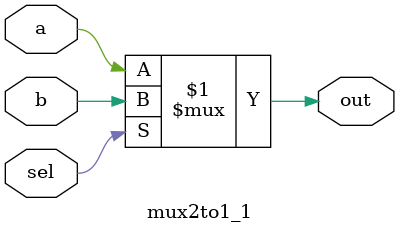
<source format=v>
module mux2to1_1(a,b,sel,out);
    input a,b,sel;
    output out;
    assign out = sel ? b : a ;
        
endmodule

</source>
